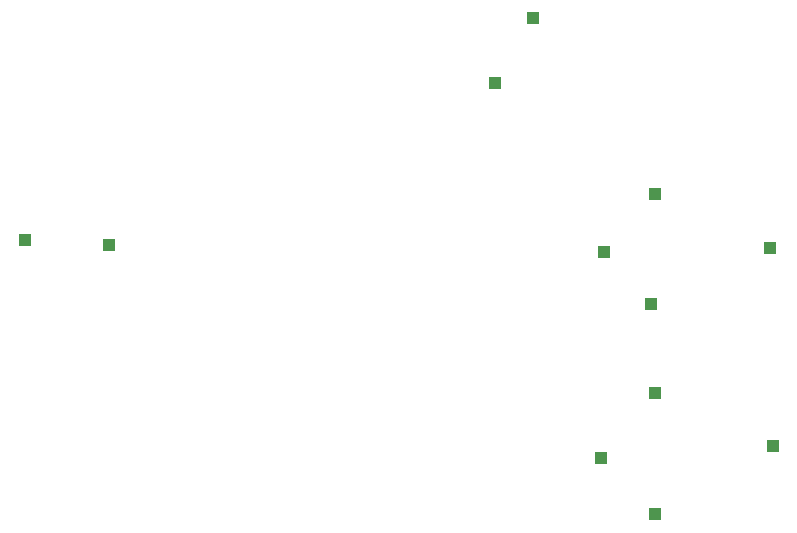
<source format=gbp>
G04*
G04 #@! TF.GenerationSoftware,Altium Limited,Altium Designer,21.6.4 (81)*
G04*
G04 Layer_Color=128*
%FSLAX44Y44*%
%MOMM*%
G71*
G04*
G04 #@! TF.SameCoordinates,6345E517-F44B-4F0B-96C8-749CB5923BEE*
G04*
G04*
G04 #@! TF.FilePolarity,Positive*
G04*
G01*
G75*
%ADD123R,1.0000X1.0000*%
%ADD124R,1.0000X1.0000*%
D123*
X668000Y588000D02*
D03*
X670000Y420000D02*
D03*
X108000Y591000D02*
D03*
X570000Y465000D02*
D03*
X435000Y727500D02*
D03*
X570000Y634000D02*
D03*
X567000Y541000D02*
D03*
X527500Y585000D02*
D03*
X570000Y362500D02*
D03*
X525000Y410000D02*
D03*
D124*
X36904Y595166D02*
D03*
X467500Y782500D02*
D03*
M02*

</source>
